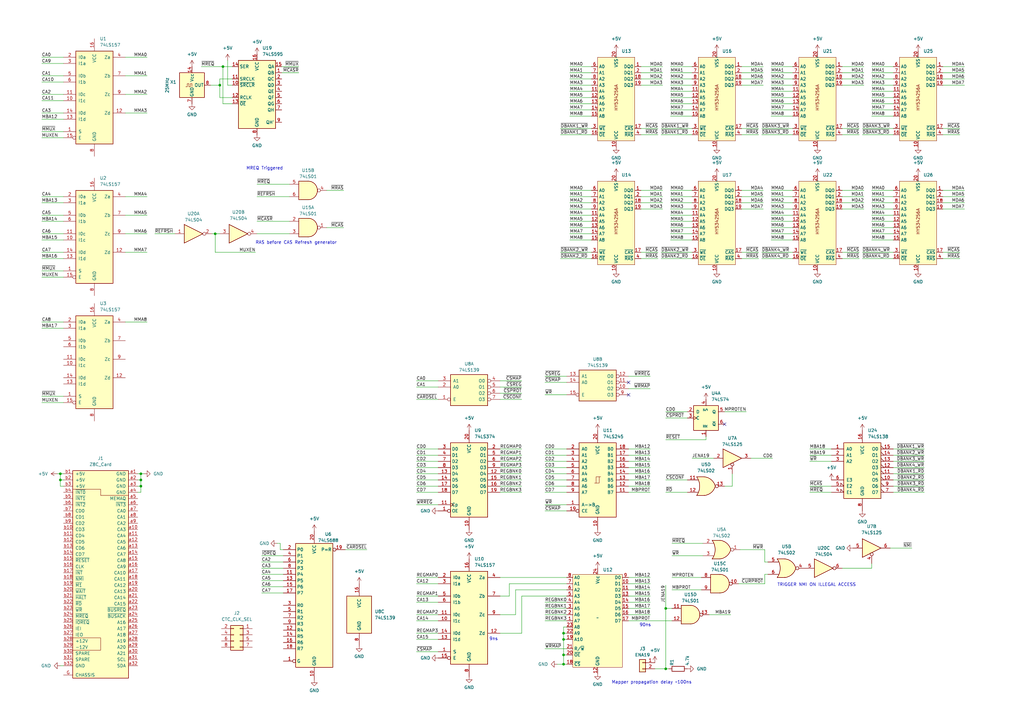
<source format=kicad_sch>
(kicad_sch (version 20230121) (generator eeschema)
  (paper "A3")
  (junction (at 90.17 34.925))
  (junction (at 231.14 268.605))
  (junction (at 273.05 249.555))
  (junction (at 231.14 262.255))
  (junction (at 231.14 272.415))
  (junction (at 57.785 199.39))
  (junction (at 24.765 194.31))
  (junction (at 57.785 194.31))
  (junction (at 88.265 95.885))
  (junction (at 24.765 196.85))
  (junction (at 273.05 274.32))
  (junction (at 57.785 196.85))
  (junction (at 91.44 27.305))
  (junction (at 231.14 259.715))
  (no_connect (at 257.81 161.925))
  (no_connect (at 257.81 156.845))
  (no_connect (at 297.18 173.99))
  (wire (pts (xy 283.845 80.645) (xy 274.955 80.645)))
  (wire (pts (xy 205.105 184.15) (xy 213.995 184.15)))
  (wire (pts (xy 57.785 199.39) (xy 56.515 199.39)))
  (wire (pts (xy 208.915 244.475) (xy 208.915 239.395)))
  (wire (pts (xy 88.265 95.885) (xy 90.17 95.885)))
  (wire (pts (xy 57.785 201.93) (xy 56.515 201.93)))
  (wire (pts (xy 386.715 83.185) (xy 395.605 83.185)))
  (wire (pts (xy 51.435 95.885) (xy 60.325 95.885)))
  (wire (pts (xy 51.435 38.735) (xy 60.325 38.735)))
  (wire (pts (xy 170.815 194.31) (xy 179.705 194.31)))
  (wire (pts (xy 231.14 262.255) (xy 231.14 268.605)))
  (wire (pts (xy 17.145 113.665) (xy 26.035 113.665)))
  (wire (pts (xy 51.435 88.265) (xy 60.325 88.265)))
  (wire (pts (xy 325.12 93.345) (xy 316.23 93.345)))
  (wire (pts (xy 262.89 85.725) (xy 271.78 85.725)))
  (wire (pts (xy 26.035 111.125) (xy 17.145 111.125)))
  (wire (pts (xy 262.89 52.705) (xy 269.875 52.705)))
  (wire (pts (xy 257.81 254.635) (xy 275.59 254.635)))
  (wire (pts (xy 179.705 244.475) (xy 170.815 244.475)))
  (wire (pts (xy 386.715 29.845) (xy 395.605 29.845)))
  (wire (pts (xy 231.14 259.715) (xy 232.41 259.715)))
  (wire (pts (xy 366.395 90.805) (xy 357.505 90.805)))
  (wire (pts (xy 345.44 103.505) (xy 352.425 103.505)))
  (wire (pts (xy 223.52 191.77) (xy 232.41 191.77)))
  (wire (pts (xy 257.81 189.23) (xy 266.7 189.23)))
  (wire (pts (xy 26.035 134.62) (xy 17.145 134.62)))
  (wire (pts (xy 325.12 27.305) (xy 316.23 27.305)))
  (wire (pts (xy 325.12 37.465) (xy 316.23 37.465)))
  (wire (pts (xy 86.36 34.925) (xy 90.17 34.925)))
  (wire (pts (xy 386.715 27.305) (xy 395.605 27.305)))
  (wire (pts (xy 275.59 241.935) (xy 287.655 241.935)))
  (wire (pts (xy 223.52 201.93) (xy 232.41 201.93)))
  (wire (pts (xy 345.44 34.925) (xy 354.33 34.925)))
  (wire (pts (xy 57.785 196.85) (xy 57.785 199.39)))
  (wire (pts (xy 366.395 78.105) (xy 357.505 78.105)))
  (wire (pts (xy 223.52 209.55) (xy 232.41 209.55)))
  (wire (pts (xy 283.845 37.465) (xy 274.955 37.465)))
  (wire (pts (xy 379.095 184.15) (xy 366.395 184.15)))
  (wire (pts (xy 257.81 239.395) (xy 266.7 239.395)))
  (wire (pts (xy 325.12 34.925) (xy 316.23 34.925)))
  (wire (pts (xy 283.845 85.725) (xy 274.955 85.725)))
  (wire (pts (xy 170.815 201.93) (xy 179.705 201.93)))
  (wire (pts (xy 242.57 85.725) (xy 233.68 85.725)))
  (wire (pts (xy 24.765 194.31) (xy 24.765 196.85)))
  (wire (pts (xy 345.44 233.045) (xy 357.505 233.045)))
  (wire (pts (xy 283.845 187.96) (xy 292.735 187.96)))
  (wire (pts (xy 51.435 23.495) (xy 60.325 23.495)))
  (wire (pts (xy 242.57 93.345) (xy 233.68 93.345)))
  (wire (pts (xy 379.095 196.85) (xy 366.395 196.85)))
  (wire (pts (xy 325.12 98.425) (xy 316.23 98.425)))
  (wire (pts (xy 213.995 158.75) (xy 205.105 158.75)))
  (wire (pts (xy 115.57 27.305) (xy 122.555 27.305)))
  (wire (pts (xy 91.44 42.545) (xy 95.25 42.545)))
  (wire (pts (xy 170.815 191.77) (xy 179.705 191.77)))
  (wire (pts (xy 17.145 46.355) (xy 26.035 46.355)))
  (wire (pts (xy 257.81 249.555) (xy 266.7 249.555)))
  (wire (pts (xy 366.395 45.085) (xy 357.505 45.085)))
  (wire (pts (xy 223.52 156.845) (xy 232.41 156.845)))
  (wire (pts (xy 283.845 90.805) (xy 274.955 90.805)))
  (wire (pts (xy 205.105 252.095) (xy 211.455 252.095)))
  (wire (pts (xy 262.89 55.245) (xy 269.875 55.245)))
  (wire (pts (xy 289.56 180.34) (xy 289.56 179.07)))
  (wire (pts (xy 345.44 29.845) (xy 354.33 29.845)))
  (wire (pts (xy 24.765 196.85) (xy 26.035 196.85)))
  (wire (pts (xy 170.815 239.395) (xy 179.705 239.395)))
  (wire (pts (xy 205.105 189.23) (xy 213.995 189.23)))
  (wire (pts (xy 17.145 41.275) (xy 26.035 41.275)))
  (wire (pts (xy 283.845 98.425) (xy 274.955 98.425)))
  (wire (pts (xy 179.705 252.095) (xy 170.815 252.095)))
  (wire (pts (xy 266.7 159.385) (xy 257.81 159.385)))
  (wire (pts (xy 262.89 103.505) (xy 269.875 103.505)))
  (wire (pts (xy 26.035 106.045) (xy 17.145 106.045)))
  (wire (pts (xy 304.165 83.185) (xy 313.055 83.185)))
  (wire (pts (xy 63.5 95.885) (xy 71.755 95.885)))
  (wire (pts (xy 26.035 83.185) (xy 17.145 83.185)))
  (wire (pts (xy 283.845 95.885) (xy 274.955 95.885)))
  (wire (pts (xy 257.81 201.93) (xy 266.7 201.93)))
  (wire (pts (xy 205.105 201.93) (xy 213.995 201.93)))
  (wire (pts (xy 115.57 29.845) (xy 122.555 29.845)))
  (wire (pts (xy 275.59 236.855) (xy 287.655 236.855)))
  (wire (pts (xy 374.015 224.79) (xy 365.125 224.79)))
  (wire (pts (xy 205.105 186.69) (xy 213.995 186.69)))
  (wire (pts (xy 107.315 227.965) (xy 116.205 227.965)))
  (wire (pts (xy 95.25 40.005) (xy 90.17 40.005)))
  (wire (pts (xy 283.845 34.925) (xy 274.955 34.925)))
  (wire (pts (xy 273.05 171.45) (xy 281.94 171.45)))
  (wire (pts (xy 86.995 95.885) (xy 88.265 95.885)))
  (wire (pts (xy 273.05 249.555) (xy 273.05 274.32)))
  (wire (pts (xy 268.605 274.32) (xy 273.05 274.32)))
  (wire (pts (xy 283.845 88.265) (xy 274.955 88.265)))
  (wire (pts (xy 379.095 194.31) (xy 366.395 194.31)))
  (wire (pts (xy 302.895 239.395) (xy 313.69 239.395)))
  (wire (pts (xy 345.44 106.045) (xy 352.425 106.045)))
  (wire (pts (xy 223.52 189.23) (xy 232.41 189.23)))
  (wire (pts (xy 271.145 106.045) (xy 283.845 106.045)))
  (wire (pts (xy 231.14 257.175) (xy 232.41 257.175)))
  (wire (pts (xy 345.44 83.185) (xy 354.33 83.185)))
  (wire (pts (xy 275.59 227.965) (xy 288.29 227.965)))
  (wire (pts (xy 262.89 106.045) (xy 269.875 106.045)))
  (wire (pts (xy 273.05 180.34) (xy 289.56 180.34)))
  (wire (pts (xy 51.435 31.115) (xy 60.325 31.115)))
  (wire (pts (xy 313.69 225.425) (xy 313.69 230.505)))
  (wire (pts (xy 170.815 184.15) (xy 179.705 184.15)))
  (wire (pts (xy 24.765 194.31) (xy 26.035 194.31)))
  (wire (pts (xy 325.12 88.265) (xy 316.23 88.265)))
  (wire (pts (xy 386.715 34.925) (xy 395.605 34.925)))
  (wire (pts (xy 353.695 103.505) (xy 366.395 103.505)))
  (wire (pts (xy 24.765 199.39) (xy 26.035 199.39)))
  (wire (pts (xy 353.695 55.245) (xy 366.395 55.245)))
  (wire (pts (xy 223.52 161.925) (xy 232.41 161.925)))
  (wire (pts (xy 213.995 259.715) (xy 213.995 244.475)))
  (wire (pts (xy 283.845 47.625) (xy 274.955 47.625)))
  (wire (pts (xy 211.455 252.095) (xy 211.455 241.935)))
  (wire (pts (xy 17.145 165.1) (xy 26.035 165.1)))
  (wire (pts (xy 232.41 252.095) (xy 223.52 252.095)))
  (wire (pts (xy 17.145 31.115) (xy 26.035 31.115)))
  (wire (pts (xy 231.14 259.715) (xy 231.14 257.175)))
  (wire (pts (xy 170.815 207.01) (xy 179.705 207.01)))
  (wire (pts (xy 205.105 259.715) (xy 213.995 259.715)))
  (wire (pts (xy 17.145 80.645) (xy 26.035 80.645)))
  (wire (pts (xy 325.12 47.625) (xy 316.23 47.625)))
  (wire (pts (xy 170.815 262.255) (xy 179.705 262.255)))
  (wire (pts (xy 229.87 103.505) (xy 242.57 103.505)))
  (wire (pts (xy 133.985 93.345) (xy 140.97 93.345)))
  (wire (pts (xy 107.315 235.585) (xy 116.205 235.585)))
  (wire (pts (xy 242.57 83.185) (xy 233.68 83.185)))
  (wire (pts (xy 114.935 222.885) (xy 114.935 225.425)))
  (wire (pts (xy 257.81 252.095) (xy 266.7 252.095)))
  (wire (pts (xy 340.995 184.15) (xy 332.105 184.15)))
  (wire (pts (xy 340.995 186.69) (xy 332.105 186.69)))
  (wire (pts (xy 325.12 85.725) (xy 316.23 85.725)))
  (wire (pts (xy 242.57 37.465) (xy 233.68 37.465)))
  (wire (pts (xy 107.315 240.665) (xy 116.205 240.665)))
  (wire (pts (xy 325.12 29.845) (xy 316.23 29.845)))
  (wire (pts (xy 208.915 239.395) (xy 232.41 239.395)))
  (wire (pts (xy 283.845 78.105) (xy 274.955 78.105)))
  (wire (pts (xy 366.395 29.845) (xy 357.505 29.845)))
  (wire (pts (xy 345.44 78.105) (xy 354.33 78.105)))
  (wire (pts (xy 223.52 196.85) (xy 232.41 196.85)))
  (wire (pts (xy 57.785 196.85) (xy 56.515 196.85)))
  (wire (pts (xy 283.845 45.085) (xy 274.955 45.085)))
  (wire (pts (xy 366.395 93.345) (xy 357.505 93.345)))
  (wire (pts (xy 283.845 32.385) (xy 274.955 32.385)))
  (wire (pts (xy 357.505 233.045) (xy 357.505 231.14)))
  (wire (pts (xy 345.44 55.245) (xy 352.425 55.245)))
  (wire (pts (xy 366.395 32.385) (xy 357.505 32.385)))
  (wire (pts (xy 51.435 80.645) (xy 60.325 80.645)))
  (wire (pts (xy 107.315 243.205) (xy 116.205 243.205)))
  (wire (pts (xy 325.12 78.105) (xy 316.23 78.105)))
  (wire (pts (xy 297.18 168.91) (xy 306.07 168.91)))
  (wire (pts (xy 205.105 191.77) (xy 213.995 191.77)))
  (wire (pts (xy 232.41 262.255) (xy 231.14 262.255)))
  (wire (pts (xy 17.145 88.265) (xy 26.035 88.265)))
  (wire (pts (xy 88.265 103.505) (xy 104.775 103.505)))
  (wire (pts (xy 366.395 95.885) (xy 357.505 95.885)))
  (wire (pts (xy 242.57 78.105) (xy 233.68 78.105)))
  (wire (pts (xy 325.12 40.005) (xy 316.23 40.005)))
  (wire (pts (xy 273.05 274.32) (xy 274.32 274.32)))
  (wire (pts (xy 273.05 201.93) (xy 281.94 201.93)))
  (wire (pts (xy 211.455 241.935) (xy 232.41 241.935)))
  (wire (pts (xy 26.035 90.805) (xy 17.145 90.805)))
  (wire (pts (xy 366.395 34.925) (xy 357.505 34.925)))
  (wire (pts (xy 345.44 32.385) (xy 354.33 32.385)))
  (wire (pts (xy 205.105 199.39) (xy 213.995 199.39)))
  (wire (pts (xy 325.12 95.885) (xy 316.23 95.885)))
  (wire (pts (xy 353.695 52.705) (xy 366.395 52.705)))
  (wire (pts (xy 213.995 163.83) (xy 205.105 163.83)))
  (wire (pts (xy 257.81 194.31) (xy 266.7 194.31)))
  (wire (pts (xy 51.435 132.08) (xy 60.325 132.08)))
  (wire (pts (xy 107.315 230.505) (xy 116.205 230.505)))
  (wire (pts (xy 366.395 83.185) (xy 357.505 83.185)))
  (wire (pts (xy 232.41 247.015) (xy 223.52 247.015)))
  (wire (pts (xy 386.715 52.705) (xy 393.7 52.705)))
  (wire (pts (xy 170.815 247.015) (xy 179.705 247.015)))
  (wire (pts (xy 24.765 196.85) (xy 24.765 199.39)))
  (wire (pts (xy 283.845 83.185) (xy 274.955 83.185)))
  (wire (pts (xy 345.44 52.705) (xy 352.425 52.705)))
  (wire (pts (xy 223.52 194.31) (xy 232.41 194.31)))
  (wire (pts (xy 313.69 239.395) (xy 313.69 235.585)))
  (wire (pts (xy 273.05 196.85) (xy 281.94 196.85)))
  (wire (pts (xy 262.89 32.385) (xy 271.78 32.385)))
  (wire (pts (xy 213.995 156.21) (xy 205.105 156.21)))
  (wire (pts (xy 304.165 55.245) (xy 311.15 55.245)))
  (wire (pts (xy 82.55 27.305) (xy 91.44 27.305)))
  (wire (pts (xy 332.105 201.93) (xy 340.995 201.93)))
  (wire (pts (xy 386.715 106.045) (xy 393.7 106.045)))
  (wire (pts (xy 257.81 191.77) (xy 266.7 191.77)))
  (wire (pts (xy 366.395 85.725) (xy 357.505 85.725)))
  (wire (pts (xy 205.105 196.85) (xy 213.995 196.85)))
  (wire (pts (xy 257.81 236.855) (xy 266.7 236.855)))
  (wire (pts (xy 51.435 103.505) (xy 60.325 103.505)))
  (wire (pts (xy 95.25 34.925) (xy 93.345 34.925)))
  (wire (pts (xy 304.165 78.105) (xy 313.055 78.105)))
  (wire (pts (xy 366.395 37.465) (xy 357.505 37.465)))
  (wire (pts (xy 170.815 163.83) (xy 179.705 163.83)))
  (wire (pts (xy 257.81 199.39) (xy 266.7 199.39)))
  (wire (pts (xy 271.145 103.505) (xy 283.845 103.505)))
  (wire (pts (xy 283.845 42.545) (xy 274.955 42.545)))
  (wire (pts (xy 262.89 27.305) (xy 271.78 27.305)))
  (wire (pts (xy 297.18 199.39) (xy 300.355 199.39)))
  (wire (pts (xy 283.845 27.305) (xy 274.955 27.305)))
  (wire (pts (xy 366.395 40.005) (xy 357.505 40.005)))
  (wire (pts (xy 242.57 29.845) (xy 233.68 29.845)))
  (wire (pts (xy 257.81 184.15) (xy 266.7 184.15)))
  (wire (pts (xy 91.44 27.305) (xy 95.25 27.305)))
  (wire (pts (xy 304.165 103.505) (xy 311.15 103.505)))
  (wire (pts (xy 105.41 80.645) (xy 118.745 80.645)))
  (wire (pts (xy 223.52 154.305) (xy 232.41 154.305)))
  (wire (pts (xy 150.495 225.425) (xy 141.605 225.425)))
  (wire (pts (xy 17.145 23.495) (xy 26.035 23.495)))
  (wire (pts (xy 304.165 80.645) (xy 313.055 80.645)))
  (wire (pts (xy 304.165 29.845) (xy 313.055 29.845)))
  (wire (pts (xy 24.765 273.05) (xy 26.035 273.05)))
  (wire (pts (xy 17.145 132.08) (xy 26.035 132.08)))
  (wire (pts (xy 257.81 247.015) (xy 266.7 247.015)))
  (wire (pts (xy 105.41 90.805) (xy 118.745 90.805)))
  (wire (pts (xy 95.25 32.385) (xy 90.17 32.385)))
  (wire (pts (xy 304.165 52.705) (xy 311.15 52.705)))
  (wire (pts (xy 304.165 85.725) (xy 313.055 85.725)))
  (wire (pts (xy 316.865 187.96) (xy 307.975 187.96)))
  (wire (pts (xy 17.145 33.655) (xy 26.035 33.655)))
  (wire (pts (xy 213.995 161.29) (xy 205.105 161.29)))
  (wire (pts (xy 325.12 83.185) (xy 316.23 83.185)))
  (wire (pts (xy 205.105 236.855) (xy 232.41 236.855)))
  (wire (pts (xy 262.89 83.185) (xy 271.78 83.185)))
  (wire (pts (xy 229.87 106.045) (xy 242.57 106.045)))
  (wire (pts (xy 113.665 222.885) (xy 114.935 222.885)))
  (wire (pts (xy 379.095 186.69) (xy 366.395 186.69)))
  (wire (pts (xy 242.57 80.645) (xy 233.68 80.645)))
  (wire (pts (xy 232.41 249.555) (xy 223.52 249.555)))
  (wire (pts (xy 290.83 252.095) (xy 299.72 252.095)))
  (wire (pts (xy 26.035 53.975) (xy 17.145 53.975)))
  (wire (pts (xy 257.81 244.475) (xy 266.7 244.475)))
  (wire (pts (xy 223.52 186.69) (xy 232.41 186.69)))
  (wire (pts (xy 242.57 98.425) (xy 233.68 98.425)))
  (wire (pts (xy 88.265 95.885) (xy 88.265 103.505)))
  (wire (pts (xy 386.715 78.105) (xy 395.605 78.105)))
  (wire (pts (xy 257.81 186.69) (xy 266.7 186.69)))
  (wire (pts (xy 257.81 196.85) (xy 266.7 196.85)))
  (wire (pts (xy 312.42 55.245) (xy 325.12 55.245)))
  (wire (pts (xy 231.14 272.415) (xy 232.41 272.415)))
  (wire (pts (xy 242.57 95.885) (xy 233.68 95.885)))
  (wire (pts (xy 231.14 262.255) (xy 231.14 259.715)))
  (wire (pts (xy 313.69 235.585) (xy 314.96 235.585)))
  (wire (pts (xy 17.145 56.515) (xy 26.035 56.515)))
  (wire (pts (xy 273.05 168.91) (xy 281.94 168.91)))
  (wire (pts (xy 23.495 194.31) (xy 24.765 194.31)))
  (wire (pts (xy 242.57 90.805) (xy 233.68 90.805)))
  (wire (pts (xy 312.42 52.705) (xy 325.12 52.705)))
  (wire (pts (xy 386.715 85.725) (xy 395.605 85.725)))
  (wire (pts (xy 90.17 40.005) (xy 90.17 34.925)))
  (wire (pts (xy 242.57 88.265) (xy 233.68 88.265)))
  (wire (pts (xy 114.935 225.425) (xy 116.205 225.425)))
  (wire (pts (xy 242.57 27.305) (xy 233.68 27.305)))
  (wire (pts (xy 345.44 85.725) (xy 354.33 85.725)))
  (wire (pts (xy 170.815 267.335) (xy 179.705 267.335)))
  (wire (pts (xy 170.815 156.21) (xy 179.705 156.21)))
  (wire (pts (xy 312.42 103.505) (xy 325.12 103.505)))
  (wire (pts (xy 262.89 34.925) (xy 271.78 34.925)))
  (wire (pts (xy 56.515 194.31) (xy 57.785 194.31)))
  (wire (pts (xy 325.12 42.545) (xy 316.23 42.545)))
  (wire (pts (xy 242.57 32.385) (xy 233.68 32.385)))
  (wire (pts (xy 273.05 249.555) (xy 275.59 249.555)))
  (wire (pts (xy 353.695 106.045) (xy 366.395 106.045)))
  (wire (pts (xy 332.105 189.23) (xy 340.995 189.23)))
  (wire (pts (xy 366.395 88.265) (xy 357.505 88.265)))
  (wire (pts (xy 325.12 32.385) (xy 316.23 32.385)))
  (wire (pts (xy 313.69 230.505) (xy 314.96 230.505)))
  (wire (pts (xy 379.095 199.39) (xy 366.395 199.39)))
  (wire (pts (xy 170.815 254.635) (xy 179.705 254.635)))
  (wire (pts (xy 213.995 244.475) (xy 232.41 244.475)))
  (wire (pts (xy 231.14 268.605) (xy 231.14 272.415)))
  (wire (pts (xy 379.095 201.93) (xy 366.395 201.93)))
  (wire (pts (xy 17.145 26.035) (xy 26.035 26.035)))
  (wire (pts (xy 205.105 244.475) (xy 208.915 244.475)))
  (wire (pts (xy 170.815 158.75) (xy 179.705 158.75)))
  (wire (pts (xy 57.785 199.39) (xy 57.785 201.93)))
  (wire (pts (xy 325.12 45.085) (xy 316.23 45.085)))
  (wire (pts (xy 91.44 42.545) (xy 91.44 27.305)))
  (wire (pts (xy 107.315 238.125) (xy 116.205 238.125)))
  (wire (pts (xy 229.87 55.245) (xy 242.57 55.245)))
  (wire (pts (xy 57.785 194.31) (xy 59.055 194.31)))
  (wire (pts (xy 93.345 34.925) (xy 93.345 24.765)))
  (wire (pts (xy 205.105 194.31) (xy 213.995 194.31)))
  (wire (pts (xy 271.145 55.245) (xy 283.845 55.245)))
  (wire (pts (xy 275.59 222.885) (xy 288.29 222.885)))
  (wire (pts (xy 51.435 46.355) (xy 60.325 46.355)))
  (wire (pts (xy 242.57 42.545) (xy 233.68 42.545)))
  (wire (pts (xy 223.52 207.01) (xy 232.41 207.01)))
  (wire (pts (xy 26.035 98.425) (xy 17.145 98.425)))
  (wire (pts (xy 304.165 32.385) (xy 313.055 32.385)))
  (wire (pts (xy 345.44 80.645) (xy 354.33 80.645)))
  (wire (pts (xy 26.035 48.895) (xy 17.145 48.895)))
  (wire (pts (xy 179.705 259.715) (xy 170.815 259.715)))
  (wire (pts (xy 257.81 241.935) (xy 266.7 241.935)))
  (wire (pts (xy 303.53 225.425) (xy 313.69 225.425)))
  (wire (pts (xy 242.57 34.925) (xy 233.68 34.925)))
  (wire (pts (xy 107.315 233.045) (xy 116.205 233.045)))
  (wire (pts (xy 179.705 236.855) (xy 170.815 236.855)))
  (wire (pts (xy 283.845 40.005) (xy 274.955 40.005)))
  (wire (pts (xy 17.145 103.505) (xy 26.035 103.505)))
  (wire (pts (xy 304.165 106.045) (xy 311.15 106.045)))
  (wire (pts (xy 232.41 268.605) (xy 231.14 268.605)))
  (wire (pts (xy 262.89 29.845) (xy 271.78 29.845)))
  (wire (pts (xy 366.395 47.625) (xy 357.505 47.625)))
  (wire (pts (xy 105.41 75.565) (xy 118.745 75.565)))
  (wire (pts (xy 242.57 47.625) (xy 233.68 47.625)))
  (wire (pts (xy 17.145 38.735) (xy 26.035 38.735)))
  (wire (pts (xy 366.395 27.305) (xy 357.505 27.305)))
  (wire (pts (xy 242.57 40.005) (xy 233.68 40.005)))
  (wire (pts (xy 283.845 29.845) (xy 274.955 29.845)))
  (wire (pts (xy 17.145 95.885) (xy 26.035 95.885)))
  (wire (pts (xy 271.145 52.705) (xy 283.845 52.705)))
  (wire (pts (xy 283.845 93.345) (xy 274.955 93.345)))
  (wire (pts (xy 345.44 27.305) (xy 354.33 27.305)))
  (wire (pts (xy 223.52 184.15) (xy 232.41 184.15)))
  (wire (pts (xy 26.035 162.56) (xy 17.145 162.56)))
  (wire (pts (xy 223.52 266.065) (xy 232.41 266.065)))
  (wire (pts (xy 90.17 32.385) (xy 90.17 34.925)))
  (wire (pts (xy 379.095 189.23) (xy 366.395 189.23)))
  (wire (pts (xy 170.815 196.85) (xy 179.705 196.85)))
  (wire (pts (xy 266.7 154.305) (xy 257.81 154.305)))
  (wire (pts (xy 273.05 240.03) (xy 273.05 249.555)))
  (wire (pts (xy 300.355 194.31) (xy 300.355 199.39)))
  (wire (pts (xy 170.815 189.23) (xy 179.705 189.23)))
  (wire (pts (xy 386.715 103.505) (xy 393.7 103.505)))
  (wire (pts (xy 57.785 194.31) (xy 57.785 196.85)))
  (wire (pts (xy 170.815 199.39) (xy 179.705 199.39)))
  (wire (pts (xy 242.57 45.085) (xy 233.68 45.085)))
  (wire (pts (xy 262.89 80.645) (xy 271.78 80.645)))
  (wire (pts (xy 133.985 78.105) (xy 140.97 78.105)))
  (wire (pts (xy 228.6 272.415) (xy 231.14 272.415)))
  (wire (pts (xy 386.715 32.385) (xy 395.605 32.385)))
  (wire (pts (xy 379.095 191.77) (xy 366.395 191.77)))
  (wire (pts (xy 386.715 80.645) (xy 395.605 80.645)))
  (wire (pts (xy 304.165 27.305) (xy 313.055 27.305)))
  (wire (pts (xy 223.52 199.39) (xy 232.41 199.39)))
  (wire (pts (xy 366.395 98.425) (xy 357.505 98.425)))
  (wire (pts (xy 229.87 52.705) (xy 242.57 52.705)))
  (wire (pts (xy 170.815 186.69) (xy 179.705 186.69)))
  (wire (pts (xy 105.41 95.885) (xy 118.745 95.885)))
  (wire (pts (xy 304.165 34.925) (xy 313.055 34.925)))
  (wire (pts (xy 325.12 90.805) (xy 316.23 90.805)))
  (wire (pts (xy 340.995 199.39) (xy 332.105 199.39)))
  (wire (pts (xy 366.395 80.645) (xy 357.505 80.645)))
  (wire (pts (xy 262.89 78.105) (xy 271.78 78.105)))
  (wire (pts (xy 223.52 254.635) (xy 232.41 254.635)))
  (wire (pts (xy 386.715 55.245) (xy 393.7 55.245)))
  (wire (pts (xy 325.12 80.645) (xy 316.23 80.645)))
  (wire (pts (xy 312.42 106.045) (xy 325.12 106.045)))
  (wire (pts (xy 366.395 42.545) (xy 357.505 42.545)))
  (text "RAS before CAS Refresh generator" (at 104.775 100.33 0) (effects (font (size 1.27 1.27)) (justify left bottom)))
  (text "MREQ Triggered" (at 100.965 69.85 0) (effects (font (size 1.27 1.27)) (justify left bottom)))
  (text "9ns\n" (at 200.66 262.89 0) (effects (font (size 1.27 1.27)) (justify left bottom)))
  (text "Mapper propagation delay ~100ns" (at 250.825 280.67 0) (effects (font (size 1.27 1.27)) (justify left bottom)))
  (text "TRIGGER NMI ON ILLEGAL ACCESS\n" (at 318.77 240.665 0) (effects (font (size 1.27 1.27)) (justify left bottom)))
  (text "90ns" (at 262.255 257.175 0) (effects (font (size 1.27 1.27)) (justify left bottom)))
  (label "MDA0" (at 271.78 27.305 180))
  (label "REGMAP2" (at 170.815 252.095 0))
  (label "CA4" (at 107.315 235.585 0))
  (label "CA1" (at 170.815 158.75 0))
  (label "MMA3" (at 233.68 34.925 0))
  (label "~{CSMAP}" (at 170.815 267.335 0))
  (label "CD1" (at 223.52 186.69 0))
  (label "MDA7" (at 313.055 85.725 180))
  (label "MDA3" (at 354.33 34.925 180))
  (label "MMA0" (at 274.955 27.305 0))
  (label "MMA1" (at 60.325 31.115 180))
  (label "MMA0" (at 316.23 78.105 0))
  (label "~{MRAS}" (at 352.425 55.245 180))
  (label "~{DBANK4_WR}" (at 379.095 191.77 180))
  (label "MDA2" (at 271.78 83.185 180))
  (label "CA2" (at 107.315 230.505 0))
  (label "~{CSPROT}" (at 213.995 161.29 180))
  (label "MMA7" (at 233.68 95.885 0))
  (label "MBA17" (at 266.7 196.85 180))
  (label "MMA3" (at 357.505 34.925 0))
  (label "MBA14" (at 266.7 189.23 180))
  (label "CD0" (at 223.52 184.15 0))
  (label "MBA13" (at 266.7 186.69 180))
  (label "MMA1" (at 233.68 29.845 0))
  (label "MMA6" (at 274.955 93.345 0))
  (label "CD6" (at 223.52 199.39 0))
  (label "~{DBANK3_RD}" (at 312.42 55.245 0))
  (label "MDA2" (at 271.78 32.385 180))
  (label "MMA0" (at 60.325 23.495 180))
  (label "~{MREQ}" (at 332.105 201.93 0))
  (label "MBPROT" (at 266.7 254.635 180))
  (label "MDA1" (at 271.78 80.645 180))
  (label "MMA3" (at 316.23 34.925 0))
  (label "MMA1" (at 274.955 29.845 0))
  (label "MMA4" (at 233.68 37.465 0))
  (label "MMA0" (at 316.23 27.305 0))
  (label "MMA2" (at 233.68 83.185 0))
  (label "CD2" (at 223.52 189.23 0))
  (label "~{IOREQ}" (at 107.315 227.965 0))
  (label "MPROTEN" (at 306.07 168.91 180))
  (label "~{CSMAP}" (at 223.52 209.55 0))
  (label "MMA8" (at 316.23 47.625 0))
  (label "~{CSMAP}" (at 213.995 156.21 180))
  (label "~{MRAS}" (at 140.97 78.105 180))
  (label "MMA6" (at 316.23 93.345 0))
  (label "CA7" (at 17.145 103.505 0))
  (label "MMA7" (at 316.23 95.885 0))
  (label "MDA0" (at 354.33 78.105 180))
  (label "~{DBANK3_WR}" (at 353.695 52.705 0))
  (label "MMA5" (at 274.955 90.805 0))
  (label "MBA15" (at 266.7 244.475 180))
  (label "MDA4" (at 313.055 78.105 180))
  (label "CA3" (at 17.145 46.355 0))
  (label "~{DBANK2_RD}" (at 271.145 106.045 0))
  (label "~{MRAS}" (at 393.7 55.245 180))
  (label "MDA7" (at 395.605 85.725 180))
  (label "CA3" (at 107.315 233.045 0))
  (label "MBA14" (at 266.7 241.935 180))
  (label "MBA19" (at 299.72 252.095 180))
  (label "~{DBANK2_RD}" (at 379.095 196.85 180))
  (label "MMA2" (at 233.68 32.385 0))
  (label "MMA0" (at 357.505 78.105 0))
  (label "MDA4" (at 395.605 27.305 180))
  (label "MDA1" (at 354.33 80.645 180))
  (label "MMA8" (at 357.505 47.625 0))
  (label "MMA5" (at 316.23 90.805 0))
  (label "~{REFRSH}" (at 63.5 95.885 0))
  (label "MMA5" (at 357.505 90.805 0))
  (label "MMA2" (at 274.955 83.185 0))
  (label "MMA1" (at 274.955 80.645 0))
  (label "MMA3" (at 357.505 85.725 0))
  (label "~{MCAS}" (at 352.425 52.705 180))
  (label "MDA5" (at 313.055 80.645 180))
  (label "~{DBANK1_WR}" (at 271.145 52.705 0))
  (label "MMA8" (at 60.325 132.08 180))
  (label "~{DBANK2_WR}" (at 379.095 186.69 180))
  (label "MDA5" (at 313.055 29.845 180))
  (label "REGBNK3" (at 213.995 201.93 180))
  (label "MMA4" (at 60.325 80.645 180))
  (label "~{MCAS}" (at 311.15 103.505 180))
  (label "REGBNK2" (at 213.995 199.39 180))
  (label "REGMAP2" (at 213.995 189.23 180))
  (label "~{MMUX}" (at 17.145 53.975 0))
  (label "~{DBANK3_WR}" (at 379.095 189.23 180))
  (label "MMA5" (at 274.955 40.005 0))
  (label "~{DBANK1_WR}" (at 379.095 184.15 180))
  (label "~{MCAS}" (at 140.97 93.345 180))
  (label "MMA2" (at 274.955 32.385 0))
  (label "~{DBANK2_WR}" (at 229.87 103.505 0))
  (label "MBPROT" (at 266.7 201.93 180))
  (label "MPROTEN" (at 275.59 236.855 0))
  (label "MMA8" (at 233.68 47.625 0))
  (label "CD5" (at 170.815 196.85 0))
  (label "REGBNK3" (at 223.52 254.635 0))
  (label "CA9" (at 17.145 26.035 0))
  (label "MDA6" (at 313.055 83.185 180))
  (label "MMA1" (at 357.505 29.845 0))
  (label "CD4" (at 223.52 194.31 0))
  (label "CA10" (at 17.145 33.655 0))
  (label "~{DBANK3_RD}" (at 353.695 55.245 0))
  (label "MMA0" (at 357.505 27.305 0))
  (label "~{MRAS}" (at 311.15 106.045 180))
  (label "CD5" (at 223.52 196.85 0))
  (label "~{WR}" (at 275.59 227.965 0))
  (label "CD3" (at 170.815 191.77 0))
  (label "MMA6" (at 233.68 42.545 0))
  (label "~{DBANK4_WR}" (at 353.695 103.505 0))
  (label "MBA15" (at 266.7 191.77 180))
  (label "MMA3" (at 274.955 34.925 0))
  (label "MBA12" (at 266.7 184.15 180))
  (label "MDA2" (at 354.33 32.385 180))
  (label "~{MRAS}" (at 269.875 55.245 180))
  (label "~{MMUX}" (at 17.145 111.125 0))
  (label "REGMAP3" (at 170.815 259.715 0))
  (label "~{DBANK4_WR}" (at 312.42 103.505 0))
  (label "MMA8" (at 274.955 47.625 0))
  (label "CD4" (at 170.815 194.31 0))
  (label "MMA1" (at 316.23 80.645 0))
  (label "MUXEN" (at 17.145 113.665 0))
  (label "MMA5" (at 233.68 90.805 0))
  (label "MBA12" (at 266.7 236.855 180))
  (label "MMA3" (at 60.325 46.355 180))
  (label "CA5" (at 107.315 238.125 0))
  (label "MUXEN" (at 17.145 56.515 0))
  (label "MMA0" (at 233.68 78.105 0))
  (label "CD0" (at 273.05 168.91 0))
  (label "~{MCAS}" (at 393.7 52.705 180))
  (label "MMA5" (at 357.505 40.005 0))
  (label "CA1" (at 17.145 31.115 0))
  (label "MDA4" (at 395.605 78.105 180))
  (label "CA6" (at 107.315 240.665 0))
  (label "CA15" (at 170.815 262.255 0))
  (label "MUXEN" (at 17.145 165.1 0))
  (label "CD2" (at 170.815 189.23 0))
  (label "~{WRREG}" (at 170.815 207.01 0))
  (label "CA12" (at 170.815 239.395 0))
  (label "CD6" (at 170.815 199.39 0))
  (label "MMA7" (at 357.505 45.085 0))
  (label "MBA13" (at 17.145 83.185 0))
  (label "MDA0" (at 271.78 78.105 180))
  (label "~{WR}" (at 223.52 207.01 0))
  (label "~{MREQ}" (at 82.55 27.305 0))
  (label "MDA1" (at 271.78 29.845 180))
  (label "~{WRMAP}" (at 223.52 266.065 0))
  (label "MMA2" (at 316.23 32.385 0))
  (label "~{RD}" (at 273.05 201.93 0))
  (label "~{MRAS}" (at 311.15 55.245 180))
  (label "MDA6" (at 313.055 32.385 180))
  (label "REGMAP1" (at 213.995 186.69 180))
  (label "MMA7" (at 60.325 103.505 180))
  (label "CD3" (at 223.52 191.77 0))
  (label "~{CARDSEL}" (at 150.495 225.425 180))
  (label "~{WR}" (at 223.52 161.925 0))
  (label "MDA5" (at 395.605 80.645 180))
  (label "CA7" (at 107.315 243.205 0))
  (label "MMA4" (at 357.505 37.465 0))
  (label "MMA3" (at 274.955 85.725 0))
  (label "JENA19" (at 273.05 240.03 270))
  (label "MDA1" (at 354.33 29.845 180))
  (label "MMA4" (at 274.955 37.465 0))
  (label "REGBNK0" (at 213.995 194.31 180))
  (label "MMA4" (at 316.23 88.265 0))
  (label "MMA3" (at 233.68 85.725 0))
  (label "~{DBANK1_RD}" (at 379.095 194.31 180))
  (label "CA5" (at 17.145 88.265 0))
  (label "JENA19" (at 283.845 187.96 0))
  (label "MBA19" (at 332.105 186.69 0))
  (label "~{DBANK4_RD}" (at 312.42 106.045 0))
  (label "REGBNK1" (at 213.995 196.85 180))
  (label "MMA2" (at 357.505 83.185 0))
  (label "~{WRMAP}" (at 266.7 159.385 180))
  (label "MBPROT" (at 275.59 241.935 0))
  (label "MMA6" (at 274.955 42.545 0))
  (label "MMA5" (at 316.23 40.005 0))
  (label "MBA12" (at 17.145 48.895 0))
  (label "MMA0" (at 233.68 27.305 0))
  (label "~{CSPROT}" (at 273.05 171.45 0))
  (label "MBA15" (at 17.145 98.425 0))
  (label "MMA8" (at 233.68 98.425 0))
  (label "~{MCAS}" (at 311.15 52.705 180))
  (label "MDA2" (at 354.33 83.185 180))
  (label "CA14" (at 170.815 254.635 0))
  (label "~{MMUX}" (at 17.145 162.56 0))
  (label "~{MRAS}" (at 393.7 106.045 180))
  (label "~{MCASR}" (at 122.555 29.845 180))
  (label "~{DBANK2_WR}" (at 271.145 103.505 0))
  (label "MMA7" (at 274.955 95.885 0))
  (label "~{NMI}" (at 374.015 224.79 180))
  (label "REGBNK1" (at 223.52 249.555 0))
  (label "MMA1" (at 233.68 80.645 0))
  (label "MBA13" (at 266.7 239.395 180))
  (label "~{CSREG}" (at 223.52 154.305 0))
  (label "CD0" (at 170.815 184.15 0))
  (label "MDA5" (at 395.605 29.845 180))
  (label "CD1" (at 170.815 186.69 0))
  (label "MMA7" (at 357.505 95.885 0))
  (label "~{WR}" (at 332.105 189.23 0))
  (label "MMA4" (at 316.23 37.465 0))
  (label "CA6" (at 17.145 95.885 0))
  (label "MMA6" (at 60.325 95.885 180))
  (label "~{DBANK1_RD}" (at 271.145 55.245 0))
  (label "MMA4" (at 274.955 88.265 0))
  (label "REGMAP0" (at 213.995 184.15 180))
  (label "MBA18" (at 332.105 184.15 0))
  (label "MUXEN" (at 104.775 103.505 180))
  (label "MMA2" (at 60.325 38.735 180))
  (label "MMA5" (at 233.68 40.005 0))
  (label "MMA1" (at 316.23 29.845 0))
  (label "MMA7" (at 233.68 45.085 0))
  (label "MMA4" (at 233.68 88.265 0))
  (label "~{MCAS}" (at 393.7 103.505 180))
  (label "~{MRAS}" (at 352.425 106.045 180))
  (label "~{MWR}" (at 313.055 225.425 180))
  (label "~{DBANK1_WR}" (at 229.87 52.705 0))
  (label "REGBNK2" (at 223.52 252.095 0))
  (label "CD7" (at 170.815 201.93 0))
  (label "REGMAP3" (at 213.995 191.77 180))
  (label "~{WRREG}" (at 266.7 154.305 180))
  (label "MDA7" (at 313.055 34.925 180))
  (label "~{MCAS}" (at 332.105 199.39 0))
  (label "REGBNK0" (at 223.52 247.015 0))
  (label "MMA2" (at 316.23 83.185 0))
  (label "CA0" (at 17.145 23.495 0))
  (label "~{CSMAP}" (at 223.52 156.845 0))
  (label "MBA16" (at 266.7 247.015 180))
  (label "CD0" (at 316.865 187.96 180))
  (label "MMA6" (at 233.68 93.345 0))
  (label "MBA17" (at 17.145 134.62 0))
  (label "~{DBANK2_RD}" (at 229.87 106.045 0))
  (label "MMA2" (at 357.505 32.385 0))
  (label "MBA17" (at 266.7 249.555 180))
  (label "~{CSREG}" (at 213.995 158.75 180))
  (label "CA11" (at 17.145 41.275 0))
  (label "~{CARDSEL}" (at 170.815 163.83 0))
  (label "MMA8" (at 316.23 98.425 0))
  (label "MDA0" (at 354.33 27.305 180))
  (label "MDA3" (at 354.33 85.725 180))
  (label "~{MRAS}" (at 269.875 106.045 180))
  (label "MMA6" (at 357.505 42.545 0))
  (label "~{MMUX}" (at 122.555 27.305 180))
  (label "~{MCASR}" (at 105.41 90.805 0))
  (label "CA2" (at 17.145 38.735 0))
  (label "MMA8" (at 274.955 98.425 0))
  (label "MMA8" (at 357.505 98.425 0))
  (label "~{MCAS}" (at 352.425 103.505 180))
  (label "~{CURPROT}" (at 313.055 239.395 180))
  (label "MDA7" (at 395.605 34.925 180))
  (label "MMA4" (at 357.505 88.265 0))
  (label "MMA3" (at 316.23 85.725 0))
  (label "MDA4" (at 313.055 27.305 180))
  (label "~{DBANK4_RD}" (at 379.095 201.93 180))
  (label "~{MCAS}" (at 269.875 103.505 180))
  (label "CA4" (at 17.145 80.645 0))
  (label "MBA16" (at 266.7 194.31 180))
  (label "MDA6" (at 395.605 32.385 180))
  (label "~{DBANK3_WR}" (at 312.42 52.705 0))
  (label "CA13" (at 170.815 247.015 0))
  (label "~{RESET}" (at 273.05 180.34 0))
  (label "MBA14" (at 17.145 90.805 0))
  (label "~{REFRSH}" (at 105.41 80.645 0))
  (label "MMA7" (at 316.23 45.085 0))
  (label "CA8" (at 17.145 132.08 0))
  (label "MBA18" (at 266.7 199.39 180))
  (label "~{MREQ}" (at 275.59 222.885 0))
  (label "CD7" (at 223.52 201.93 0))
  (label "~{DBANK3_RD}" (at 379.095 199.39 180))
  (label "MMA1" (at 357.505 80.645 0))
  (label "~{DBANK4_RD}" (at 353.695 106.045 0))
  (label "MMA0" (at 274.955 78.105 0))
  (label "~{MREQ}" (at 105.41 75.565 0))
  (label "MDA3" (at 271.78 34.925 180))
  (label "~{MCAS}" (at 269.875 52.705 180))
  (label "MDA6" (at 395.605 83.185 180))
  (label "MBA16" (at 17.145 106.045 0))
  (label "MMA5" (at 60.325 88.265 180))
  (label "MDA3" (at 271.78 85.725 180))
  (label "~{CSCONF}" (at 273.05 196.85 0))
  (label "REGMAP1" (at 170.815 244.475 0))
  (label "~{DBANK1_RD}" (at 229.87 55.245 0))
  (label "MBA18" (at 266.7 252.095 180))
  (label "MMA7" (at 274.955 45.085 0))
  (label "CA0" (at 170.815 156.21 0))
  (label "REGMAP0" (at 170.815 236.855 0))
  (label "~{CSCONF}" (at 213.995 163.83 180))
  (label "MMA6" (at 316.23 42.545 0))
  (label "MMA6" (at 357.505 93.345 0))
  (symbol (lib_id "power:GND") (at 376.555 111.125 0) (unit 1)
    (property "Reference" "#PWR047" (effects hide))
    (property "Value" "GND" (at 376.555 115.57 0))
  )
  (symbol (lib_id "Dennis2:HY534256A") (at 376.555 90.805 0) (unit 1)
    (property "Reference" "U26" (at 378.7491 71.755 0) (effects (justify left)))
    (property "Value" "~" (at 376.555 74.295 0))
    (property "Footprint" "Package_DIP:DIP-20_W7.62mm_Socket" (effects hide))
  )
  (symbol (lib_id "74xx:74LS02") (at 426.085 248.92 0) (unit 5)
    (property "Reference" "U5" (at 433.07 247.65 0) (effects (justify left)))
    (property "Value" "74LS02" (at 433.07 250.19 0) (effects (justify left)))
    (property "Footprint" "Package_DIP:DIP-14_W7.62mm" (effects hide))
    (property "Datasheet" "http://www.ti.com/lit/gpn/sn74ls02" (effects hide))
  )
  (symbol (lib_id "74xx:74LS139") (at 147.32 252.095 0) (unit 3)
    (property "Reference" "U8" (at 153.67 250.825 0) (effects (justify left)))
    (property "Value" "74LS139" (at 153.67 253.365 0) (effects (justify left)))
    (property "Footprint" "Package_DIP:DIP-16_W7.62mm" (effects hide))
    (property "Datasheet" "http://www.ti.com/lit/ds/symlink/sn74ls139a.pdf" (effects hide))
  )
  (symbol (lib_id "74xx:74LS01") (at 126.365 78.105 0) (unit 2)
    (property "Reference" "U15" (at 126.3567 69.85 0))
    (property "Value" "74LS01" (at 126.3567 72.39 0))
    (property "Datasheet" "http://www.nteinc.com/specs/7400to7499/pdf/nte74LS01.pdf" (effects hide))
  )
  (symbol (lib_id "power:GND") (at 105.41 55.245 0) (unit 1)
    (property "Reference" "#PWR035" (effects hide))
    (property "Value" "GND" (at 105.41 59.69 0))
  )
  (symbol (lib_id "74xx:74LS04") (at 546.735 149.225 0) (unit 6)
    (property "Reference" "U20" (at 546.735 140.97 0))
    (property "Value" "74LS04" (at 546.735 143.51 0))
    (property "Footprint" "Package_DIP:DIP-14_W7.62mm" (effects hide))
    (property "Datasheet" "http://www.ti.com/lit/gpn/sn74LS04" (effects hide))
  )
  (symbol (lib_id "power:GND") (at 179.705 269.875 270) (unit 1)
    (property "Reference" "#PWR011" (effects hide))
    (property "Value" "GND" (at 176.53 269.875 90) (effects (justify right)))
  )
  (symbol (lib_id "74xx:74LS139") (at 245.11 156.845 0) (unit 2)
    (property "Reference" "U8" (at 245.11 147.32 0))
    (property "Value" "74LS139" (at 245.11 149.86 0))
    (property "Footprint" "Package_DIP:DIP-16_W7.62mm" (effects hide))
    (property "Datasheet" "http://www.ti.com/lit/ds/symlink/sn74ls139a.pdf" (effects hide))
  )
  (symbol (lib_id "Connector_Generic:Conn_02x04_Odd_Even") (at 98.425 260.35 0) (mirror y) (unit 1)
    (property "Reference" "J2" (at 97.155 251.46 0))
    (property "Value" "CTC_CLK_SEL" (at 97.155 254 0))
    (property "Footprint" "Connector_PinHeader_2.54mm:PinHeader_2x04_P2.54mm_Vertical" (effects hide))
  )
  (symbol (lib_id "Connector_Generic:Conn_01x02") (at 263.525 271.78 0) (mirror y) (unit 1)
    (property "Reference" "J3" (at 263.525 266.065 0))
    (property "Value" "ENA19" (at 263.525 268.605 0))
    (property "Footprint" "Connector_PinHeader_2.54mm:PinHeader_2x01_P2.54mm_Vertical" (effects hide))
  )
  (symbol (lib_id "power:+5V") (at 252.73 20.955 0) (unit 1)
    (property "Reference" "#PWR021" (effects hide))
    (property "Value" "+5V" (at 252.73 15.875 0))
  )
  (symbol (lib_id "power:GND") (at 281.94 274.32 90) (unit 1)
    (property "Reference" "#PWR028" (effects hide))
    (property "Value" "GND" (at 285.75 274.32 90) (effects (justify right)))
  )
  (symbol (lib_id "74xx:74LS04") (at 534.67 127.635 0) (unit 4)
    (property "Reference" "U20" (at 534.67 119.38 0))
    (property "Value" "74LS04" (at 534.67 121.92 0))
    (property "Footprint" "Package_DIP:DIP-14_W7.62mm" (effects hide))
    (property "Datasheet" "http://www.ti.com/lit/gpn/sn74LS04" (effects hide))
  )
  (symbol (lib_id "power:GND") (at 24.765 273.05 270) (unit 1)
    (property "Reference" "#PWR02" (effects hide))
    (property "Value" "GND" (at 20.955 273.05 90) (effects (justify right)))
  )
  (symbol (lib_id "power:GND") (at 349.885 224.79 270) (unit 1)
    (property "Reference" "#PWR041" (effects hide))
    (property "Value" "GND" (at 346.71 224.79 90) (effects (justify right)))
  )
  (symbol (lib_id "Dennis2:HY534256A") (at 252.73 40.005 0) (unit 1)
    (property "Reference" "U13" (at 254.9241 20.955 0) (effects (justify left)))
    (property "Value" "~" (at 252.73 23.495 0))
    (property "Footprint" "Package_DIP:DIP-20_W7.62mm_Socket" (effects hide))
  )
  (symbol (lib_id "74xx:74LS04") (at 97.79 95.885 0) (unit 2)
    (property "Reference" "U20" (at 97.79 86.995 0))
    (property "Value" "74LS04" (at 97.79 89.535 0))
    (property "Footprint" "Package_DIP:DIP-14_W7.62mm" (effects hide))
    (property "Datasheet" "http://www.ti.com/lit/gpn/sn74LS04" (effects hide))
  )
  (symbol (lib_id "power:+5V") (at 93.345 24.765 0) (unit 1)
    (property "Reference" "#PWR033" (effects hide))
    (property "Value" "+5V" (at 93.345 19.685 0))
  )
  (symbol (lib_id "power:+5V") (at 289.56 163.83 0) (unit 1)
    (property "Reference" "#PWR05" (effects hide))
    (property "Value" "+5V" (at 289.56 158.75 0))
  )
  (symbol (lib_id "74xx:74LS125") (at 357.505 224.79 0) (unit 2)
    (property "Reference" "U7" (at 357.505 215.9 0))
    (property "Value" "74LS125" (at 357.505 218.44 0))
    (property "Footprint" "Package_DIP:DIP-14_W7.62mm" (effects hide))
    (property "Datasheet" "http://www.ti.com/lit/gpn/sn74LS125" (effects hide))
  )
  (symbol (lib_id "power:+5V") (at 245.11 233.045 0) (unit 1)
    (property "Reference" "#PWR019" (effects hide))
    (property "Value" "+5V" (at 245.11 227.965 0))
  )
  (symbol (lib_id "74xx:74LS125") (at 526.415 267.335 0) (unit 3)
    (property "Reference" "U7" (at 526.415 259.08 0))
    (property "Value" "74LS125" (at 526.415 261.62 0))
    (property "Footprint" "Package_DIP:DIP-14_W7.62mm" (effects hide))
    (property "Datasheet" "http://www.ti.com/lit/gpn/sn74LS125" (effects hide))
  )
  (symbol (lib_id "74xx:74LS02") (at 471.17 168.275 0) (unit 1)
    (property "Reference" "U27" (at 471.17 159.385 0))
    (property "Value" "74LS02" (at 471.17 161.925 0))
    (property "Footprint" "Package_DIP:DIP-14_W7.62mm" (effects hide))
    (property "Datasheet" "http://www.ti.com/lit/gpn/sn74ls02" (effects hide))
  )
  (symbol (lib_id "74xx:74LS245") (at 245.11 196.85 0) (unit 1)
    (property "Reference" "U11" (at 247.3041 176.53 0) (effects (justify left)))
    (property "Value" "74LS245" (at 247.3041 179.07 0) (effects (justify left)))
    (property "Footprint" "Package_DIP:DIP-20_W7.62mm" (effects hide))
    (property "Datasheet" "http://www.ti.com/lit/gpn/sn74LS245" (effects hide))
  )
  (symbol (lib_id "Dennis2:HY534256A") (at 294.005 90.805 0) (unit 1)
    (property "Reference" "U17" (at 296.1991 71.755 0) (effects (justify left)))
    (property "Value" "~" (at 294.005 74.295 0))
    (property "Footprint" "Package_DIP:DIP-20_W7.62mm_Socket" (effects hide))
  )
  (symbol (lib_id "power:GND") (at 59.055 194.31 90) (unit 1)
    (property "Reference" "#PWR03" (effects hide))
    (property "Value" "GND" (at 62.865 194.31 90) (effects (justify right)))
  )
  (symbol (lib_id "power:GND") (at 294.005 60.325 0) (unit 1)
    (property "Reference" "#PWR030" (effects hide))
    (property "Value" "GND" (at 294.005 64.77 0))
  )
  (symbol (lib_id "power:GND") (at 228.6 272.415 270) (unit 1)
    (property "Reference" "#PWR016" (effects hide))
    (property "Value" "GND" (at 224.79 272.415 90) (effects (justify right)))
  )
  (symbol (lib_id "power:+5V") (at 192.405 229.235 0) (unit 1)
    (property "Reference" "#PWR014" (effects hide))
    (property "Value" "+5V" (at 192.405 224.155 0))
  )
  (symbol (lib_id "Dennis2:TMM2016B") (at 245.11 253.365 0) (unit 1)
    (property "Reference" "U12" (at 247.3041 233.68 0) (effects (justify left)))
    (property "Value" "~" (at 245.11 253.365 0))
    (property "Footprint" "Package_DIP:DIP-24_W15.24mm" (effects hide))
  )
  (symbol (lib_id "power:+5V") (at 294.005 71.755 0) (unit 1)
    (property "Reference" "#PWR031" (effects hide))
    (property "Value" "+5V" (at 294.005 66.675 0))
  )
  (symbol (lib_id "74xx:74LS01") (at 295.275 239.395 0) (unit 3)
    (property "Reference" "U15" (at 295.2667 231.14 0))
    (property "Value" "74LS01" (at 295.2667 233.68 0))
    (property "Datasheet" "http://www.nteinc.com/specs/7400to7499/pdf/nte74LS01.pdf" (effects hide))
  )
  (symbol (lib_id "power:+5V") (at 376.555 20.955 0) (unit 1)
    (property "Reference" "#PWR044" (effects hide))
    (property "Value" "+5V" (at 376.555 15.875 0))
  )
  (symbol (lib_id "74xx:74LS04") (at 79.375 95.885 0) (unit 1)
    (property "Reference" "U20" (at 79.375 87.63 0))
    (property "Value" "74LS04" (at 79.375 90.17 0))
    (property "Footprint" "Package_DIP:DIP-14_W7.62mm" (effects hide))
    (property "Datasheet" "http://www.ti.com/lit/gpn/sn74LS04" (effects hide))
  )
  (symbol (lib_id "74xx:74LS157") (at 38.735 147.32 0) (unit 1)
    (property "Reference" "U3" (at 40.9291 124.46 0) (effects (justify left)))
    (property "Value" "74LS157" (at 40.9291 127 0) (effects (justify left)))
    (property "Footprint" "Package_DIP:DIP-16_W7.62mm" (effects hide))
    (property "Datasheet" "http://www.ti.com/lit/gpn/sn74LS157" (effects hide))
  )
  (symbol (lib_id "power:+5V") (at 335.28 71.755 0) (unit 1)
    (property "Reference" "#PWR038" (effects hide))
    (property "Value" "+5V" (at 335.28 66.675 0))
  )
  (symbol (lib_id "74xx:74LS374") (at 192.405 196.85 0) (unit 1)
    (property "Reference" "U9" (at 194.5991 176.53 0) (effects (justify left)))
    (property "Value" "74LS374" (at 194.5991 179.07 0) (effects (justify left)))
    (property "Footprint" "Package_DIP:DIP-20_W7.62mm" (effects hide))
    (property "Datasheet" "http://www.ti.com/lit/gpn/sn74LS374" (effects hide))
  )
  (symbol (lib_id "74xx:74LS125") (at 548.005 317.5 0) (unit 5)
    (property "Reference" "U7" (at 554.99 316.23 0) (effects (justify left)))
    (property "Value" "74LS125" (at 554.99 318.77 0) (effects (justify left)))
    (property "Footprint" "Package_DIP:DIP-14_W7.62mm" (effects hide))
    (property "Datasheet" "http://www.ti.com/lit/gpn/sn74LS125" (effects hide))
  )
  (symbol (lib_id "Dennis2:HY534256A") (at 294.005 40.005 0) (unit 1)
    (property "Reference" "U16" (at 296.1991 20.955 0) (effects (justify left)))
    (property "Value" "~" (at 294.005 23.495 0))
    (property "Footprint" "Package_DIP:DIP-20_W7.62mm_Socket" (effects hide))
  )
  (symbol (lib_id "power:GND") (at 128.905 278.765 0) (unit 1)
    (property "Reference" "#PWR07" (effects hide))
    (property "Value" "GND" (at 128.905 283.21 0))
  )
  (symbol (lib_id "power:+5V") (at 294.005 20.955 0) (unit 1)
    (property "Reference" "#PWR029" (effects hide))
    (property "Value" "+5V" (at 294.005 15.875 0))
  )
  (symbol (lib_id "74xx:74LS01") (at 126.365 93.345 0) (unit 1)
    (property "Reference" "U15" (at 126.3567 85.09 0))
    (property "Value" "74LS01" (at 126.3567 87.63 0))
    (property "Datasheet" "http://www.nteinc.com/specs/7400to7499/pdf/nte74LS01.pdf" (effects hide))
  )
  (symbol (lib_id "power:+5V") (at 147.32 239.395 0) (unit 1)
    (property "Reference" "#PWR08" (effects hide))
    (property "Value" "+5V" (at 147.32 234.315 0))
  )
  (symbol (lib_id "Dennis2:HY534256A") (at 335.28 90.805 0) (unit 1)
    (property "Reference" "U22" (at 337.4741 71.755 0) (effects (justify left)))
    (property "Value" "~" (at 335.28 74.295 0))
    (property "Footprint" "Package_DIP:DIP-20_W7.62mm_Socket" (effects hide))
  )
  (symbol (lib_id "74xx:74LS02") (at 322.58 233.045 0) (unit 2)
    (property "Reference" "U5" (at 322.58 224.155 0))
    (property "Value" "74LS02" (at 322.58 226.695 0))
    (property "Footprint" "Package_DIP:DIP-14_W7.62mm" (effects hide))
    (property "Datasheet" "http://www.ti.com/lit/gpn/sn74ls02" (effects hide))
  )
  (symbol (lib_id "74xx:74LS125") (at 537.845 294.64 0) (unit 4)
    (property "Reference" "U7" (at 537.845 285.75 0))
    (property "Value" "74LS125" (at 537.845 288.29 0))
    (property "Footprint" "Package_DIP:DIP-14_W7.62mm" (effects hide))
    (property "Datasheet" "http://www.ti.com/lit/gpn/sn74LS125" (effects hide))
  )
  (symbol (lib_id "74xx:74LS74") (at 505.46 316.23 0) (unit 2)
    (property "Reference" "U4" (at 507.6541 306.07 0) (effects (justify left)))
    (property "Value" "74LS74" (at 507.6541 308.61 0) (effects (justify left)))
    (property "Footprint" "Package_DIP:DIP-14_W7.62mm" (effects hide))
    (property "Datasheet" "74xx/74hc_hct74.pdf" (effects hide))
  )
  (symbol (lib_id "74xx:74LS01") (at 528.32 184.785 0) (unit 5)
    (property "Reference" "U15" (at 534.67 183.515 0) (effects (justify left)))
    (property "Value" "74LS01" (at 534.67 186.055 0) (effects (justify left)))
    (property "Datasheet" "http://www.nteinc.com/specs/7400to7499/pdf/nte74LS01.pdf" (effects hide))
  )
  (symbol (lib_id "power:+5V") (at 268.605 271.78 0) (unit 1)
    (property "Reference" "#PWR025" (effects hide))
    (property "Value" "+5V" (at 268.605 266.7 0))
  )
  (symbol (lib_id "power:+5V") (at 105.41 22.225 0) (unit 1)
    (property "Reference" "#PWR034" (effects hide))
    (property "Value" "+5V" (at 105.41 17.145 0))
  )
  (symbol (lib_id "Oscillator:ACO-xxxMHz") (at 78.74 34.925 0) (unit 1)
    (property "Reference" "X1" (at 72.39 33.6549 0) (effects (justify right)))
    (property "Value" "25MHz" (at 68.58 31.75 90) (effects (justify right)))
    (property "Footprint" "Oscillator:Oscillator_DIP-14" (effects hide))
    (property "Datasheet" "http://www.conwin.com/datasheets/cx/cx030.pdf" (effects hide))
  )
  (symbol (lib_id "power:+5V") (at 245.11 176.53 0) (unit 1)
    (property "Reference" "#PWR017" (effects hide))
    (property "Value" "+5V" (at 245.11 171.45 0))
  )
  (symbol (lib_id "power:+5V") (at 192.405 176.53 0) (unit 1)
    (property "Reference" "#PWR012" (effects hide))
    (property "Value" "+5V" (at 192.405 171.45 0))
  )
  (symbol (lib_id "74xx:74LS04") (at 556.26 168.275 0) (unit 7)
    (property "Reference" "U20" (at 562.61 167.005 0) (effects (justify left)))
    (property "Value" "74LS04" (at 562.61 169.545 0) (effects (justify left)))
    (property "Footprint" "Package_DIP:DIP-14_W7.62mm" (effects hide))
    (property "Datasheet" "http://www.ti.com/lit/gpn/sn74LS04" (effects hide))
  )
  (symbol (lib_id "74xx:74LS02") (at 295.91 225.425 0) (unit 1)
    (property "Reference" "U5" (at 295.91 217.17 0))
    (property "Value" "74LS02" (at 295.91 219.71 0))
    (property "Footprint" "Package_DIP:DIP-14_W7.62mm" (effects hide))
    (property "Datasheet" "http://www.ti.com/lit/gpn/sn74ls02" (effects hide))
  )
  (symbol (lib_id "74xx:74LS74") (at 427.355 350.52 0) (unit 3)
    (property "Reference" "U4" (at 434.34 349.25 0) (effects (justify left)))
    (property "Value" "74LS74" (at 434.34 351.79 0) (effects (justify left)))
    (property "Footprint" "Package_DIP:DIP-14_W7.62mm" (effects hide))
    (property "Datasheet" "74xx/74hc_hct74.pdf" (effects hide))
  )
  (symbol (lib_id "power:+5V") (at 128.905 217.805 0) (unit 1)
    (property "Reference" "#PWR06" (effects hide))
    (property "Value" "+5V" (at 128.905 212.725 0))
  )
  (symbol (lib_id "Dennis2:HY534256A") (at 252.73 90.805 0) (unit 1)
    (property "Reference" "U14" (at 254.9241 71.755 0) (effects (justify left)))
    (property "Value" "~" (at 252.73 74.295 0))
    (property "Footprint" "Package_DIP:DIP-20_W7.62mm_Socket" (effects hide))
  )
  (symbol (lib_id "power:+5V") (at 376.555 71.755 0) (unit 1)
    (property "Reference" "#PWR046" (effects hide))
    (property "Value" "+5V" (at 376.555 66.675 0))
  )
  (symbol (lib_id "Device:R") (at 278.13 274.32 90) (unit 1)
    (property "Reference" "R1" (at 275.59 273.05 0) (effects (justify left)))
    (property "Value" "4.7k" (at 281.94 273.05 0) (effects (justify left)))
    (property "Footprint" "Resistor_THT:R_Axial_DIN0204_L3.6mm_D1.6mm_P2.54mm_Vertical" (effects hide))
  )
  (symbol (lib_id "Dennis2:Z8C_Card") (at 41.275 233.68 0) (unit 1)
    (property "Reference" "J1" (at 41.275 187.96 0))
    (property "Value" "Z8C_Card" (at 41.275 190.5 0))
    (property "Footprint" "Dennis:Z8C Card" (effects hide))
  )
  (symbol (lib_id "power:GND") (at 294.005 111.125 0) (unit 1)
    (property "Reference" "#PWR032" (effects hide))
    (property "Value" "GND" (at 294.005 115.57 0))
  )
  (symbol (lib_id "power:GND") (at 376.555 60.325 0) (unit 1)
    (property "Reference" "#PWR045" (effects hide))
    (property "Value" "GND" (at 376.555 64.77 0))
  )
  (symbol (lib_id "power:GND") (at 192.405 277.495 0) (unit 1)
    (property "Reference" "#PWR015" (effects hide))
    (property "Value" "GND" (at 192.405 281.94 0))
  )
  (symbol (lib_id "74xx:74LS139") (at 192.405 158.75 0) (unit 1)
    (property "Reference" "U8" (at 192.405 149.225 0))
    (property "Value" "74LS139" (at 192.405 151.765 0))
    (property "Footprint" "Package_DIP:DIP-16_W7.62mm" (effects hide))
    (property "Datasheet" "http://www.ti.com/lit/ds/symlink/sn74ls139a.pdf" (effects hide))
  )
  (symbol (lib_id "74xx:74LS157") (at 38.735 95.885 0) (unit 1)
    (property "Reference" "U2" (at 40.9291 73.025 0) (effects (justify left)))
    (property "Value" "74LS157" (at 40.9291 75.565 0) (effects (justify left)))
    (property "Footprint" "Package_DIP:DIP-16_W7.62mm" (effects hide))
    (property "Datasheet" "http://www.ti.com/lit/gpn/sn74LS157" (effects hide))
  )
  (symbol (lib_id "power:+5V") (at 335.28 20.955 0) (unit 1)
    (property "Reference" "#PWR036" (effects hide))
    (property "Value" "+5V" (at 335.28 15.875 0))
  )
  (symbol (lib_id "74xx:74LS04") (at 538.48 138.43 0) (unit 5)
    (property "Reference" "U20" (at 538.48 129.54 0))
    (property "Value" "74LS04" (at 538.48 132.08 0))
    (property "Footprint" "Package_DIP:DIP-14_W7.62mm" (effects hide))
    (property "Datasheet" "http://www.ti.com/lit/gpn/sn74LS04" (effects hide))
  )
  (symbol (lib_id "power:+5V") (at 353.695 176.53 0) (unit 1)
    (property "Reference" "#PWR042" (effects hide))
    (property "Value" "+5V" (at 353.695 171.45 0))
  )
  (symbol (lib_id "power:GND") (at 252.73 60.325 0) (unit 1)
    (property "Reference" "#PWR022" (effects hide))
    (property "Value" "GND" (at 252.73 64.77 0))
  )
  (symbol (lib_id "power:GND") (at 179.705 209.55 270) (unit 1)
    (property "Reference" "#PWR010" (effects hide))
    (property "Value" "GND" (at 176.53 209.55 90) (effects (justify right)))
  )
  (symbol (lib_id "power:+5V") (at 23.495 194.31 90) (unit 1)
    (property "Reference" "#PWR01" (effects hide))
    (property "Value" "+5V" (at 19.685 194.31 90) (effects (justify left)))
  )
  (symbol (lib_id "74xx:74LS74") (at 289.56 171.45 0) (unit 1)
    (property "Reference" "U4" (at 291.7541 161.29 0) (effects (justify left)))
    (property "Value" "74LS74" (at 291.7541 163.83 0) (effects (justify left)))
    (property "Footprint" "Package_DIP:DIP-14_W7.62mm" (effects hide))
    (property "Datasheet" "74xx/74hc_hct74.pdf" (effects hide))
  )
  (symbol (lib_id "power:GND") (at 245.11 217.17 0) (unit 1)
    (property "Reference" "#PWR018" (effects hide))
    (property "Value" "GND" (at 245.11 221.615 0))
  )
  (symbol (lib_id "74xx:74LS157") (at 38.735 38.735 0) (unit 1)
    (property "Reference" "U1" (at 40.9291 15.875 0) (effects (justify left)))
    (property "Value" "74LS157" (at 40.9291 18.415 0) (effects (justify left)))
    (property "Footprint" "Package_DIP:DIP-16_W7.62mm" (effects hide))
    (property "Datasheet" "http://www.ti.com/lit/gpn/sn74LS157" (effects hide))
  )
  (symbol (lib_id "74xx:74LS02") (at 289.56 199.39 0) (unit 4)
    (property "Reference" "U5" (at 289.56 190.5 0))
    (property "Value" "74LS02" (at 289.56 193.04 0))
    (property "Footprint" "Package_DIP:DIP-14_W7.62mm" (effects hide))
    (property "Datasheet" "http://www.ti.com/lit/gpn/sn74ls02" (effects hide))
  )
  (symbol (lib_id "74xx:74LS125") (at 300.355 187.96 0) (unit 1)
    (property "Reference" "U7" (at 300.355 179.705 0))
    (property "Value" "74LS125" (at 300.355 182.245 0))
    (property "Footprint" "Package_DIP:DIP-14_W7.62mm" (effects hide))
    (property "Datasheet" "http://www.ti.com/lit/gpn/sn74LS125" (effects hide))
  )
  (symbol (lib_id "power:+5V") (at 340.995 196.85 0) (unit 1)
    (property "Reference" "#PWR040" (effects hide))
    (property "Value" "+5V" (at 340.995 191.77 0))
  )
  (symbol (lib_id "power:GND") (at 78.74 42.545 0) (unit 1)
    (property "Reference" "#PWR027" (effects hide))
    (property "Value" "GND" (at 78.74 46.99 0))
  )
  (symbol (lib_id "Dennis2:HY534256A") (at 376.555 40.005 0) (unit 1)
    (property "Reference" "U25" (at 378.7491 20.955 0) (effects (justify left)))
    (property "Value" "~" (at 376.555 23.495 0))
    (property "Footprint" "Package_DIP:DIP-20_W7.62mm_Socket" (effects hide))
  )
  (symbol (lib_id "power:GND") (at 245.11 276.225 0) (unit 1)
    (property "Reference" "#PWR020" (effects hide))
    (property "Value" "GND" (at 245.11 280.67 0))
  )
  (symbol (lib_id "power:GND") (at 192.405 217.17 0) (unit 1)
    (property "Reference" "#PWR013" (effects hide))
    (property "Value" "GND" (at 192.405 221.615 0))
  )
  (symbol (lib_id "power:GND") (at 335.28 111.125 0) (unit 1)
    (property "Reference" "#PWR039" (effects hide))
    (property "Value" "GND" (at 335.28 115.57 0))
  )
  (symbol (lib_id "power:+5V") (at 78.74 27.305 0) (unit 1)
    (property "Reference" "#PWR026" (effects hide))
    (property "Value" "+5V" (at 78.74 22.225 0))
  )
  (symbol (lib_id "74xx:74LS01") (at 283.21 252.095 0) (unit 4)
    (property "Reference" "U15" (at 283.2017 243.84 0))
    (property "Value" "74LS01" (at 283.2017 246.38 0))
    (property "Datasheet" "http://www.nteinc.com/specs/7400to7499/pdf/nte74LS01.pdf" (effects hide))
  )
  (symbol (lib_id "power:GND") (at 147.32 264.795 0) (unit 1)
    (property "Reference" "#PWR09" (effects hide))
    (property "Value" "GND" (at 147.32 269.24 0))
  )
  (symbol (lib_id "power:GND") (at 252.73 111.125 0) (unit 1)
    (property "Reference" "#PWR024" (effects hide))
    (property "Value" "GND" (at 252.73 115.57 0))
  )
  (symbol (lib_id "Dennis2:HY534256A") (at 335.28 40.005 0) (unit 1)
    (property "Reference" "U21" (at 337.4741 20.955 0) (effects (justify left)))
    (property "Value" "~" (at 335.28 23.495 0))
    (property "Footprint" "Package_DIP:DIP-20_W7.62mm_Socket" (effects hide))
  )
  (symbol (lib_id "74xx:74LS157") (at 192.405 252.095 0) (unit 1)
    (property "Reference" "U10" (at 194.5991 229.235 0) (effects (justify left)))
    (property "Value" "74LS157" (at 194.5991 231.775 0) (effects (justify left)))
    (property "Footprint" "Package_DIP:DIP-16_W7.62mm" (effects hide))
    (property "Datasheet" "http://www.ti.com/lit/gpn/sn74LS157" (effects hide))
  )
  (symbol (lib_id "74xx:74LS138") (at 353.695 191.77 0) (unit 1)
    (property "Reference" "U24" (at 355.8891 176.53 0) (effects (justify left)))
    (property "Value" "74LS138" (at 355.8891 179.07 0) (effects (justify left)))
    (property "Footprint" "Package_DIP:DIP-16_W7.62mm" (effects hide))
    (property "Datasheet" "http://www.ti.com/lit/gpn/sn74LS138" (effects hide))
  )
  (symbol (lib_id "74xx:74LS595") (at 105.41 37.465 0) (unit 1)
    (property "Reference" "U19" (at 107.6041 19.685 0) (effects (justify left)))
    (property "Value" "74LS595" (at 107.6041 22.225 0) (effects (justify left)))
    (property "Footprint" "Package_DIP:DIP-16_W7.62mm" (effects hide))
    (property "Datasheet" "http://www.ti.com/lit/gpn/sn74ls595" (effects hide))
  )
  (symbol (lib_id "74xx:74LS04") (at 337.82 233.045 0) (unit 3)
    (property "Reference" "U20" (at 337.82 224.79 0))
    (property "Value" "74LS04" (at 337.82 227.33 0))
    (property "Footprint" "Package_DIP:DIP-14_W7.62mm" (effects hide))
    (property "Datasheet" "http://www.ti.com/lit/gpn/sn74LS04" (effects hide))
  )
  (symbol (lib_id "74xx:74LS688") (at 128.905 248.285 0) (unit 1)
    (property "Reference" "U6" (at 134.62 219.075 0))
    (property "Value" "74LS688" (at 134.62 221.615 0))
    (property "Footprint" "Package_DIP:DIP-20_W7.62mm" (effects hide))
    (property "Datasheet" "http://www.ti.com/lit/gpn/sn74LS688" (effects hide))
  )
  (symbol (lib_id "power:+5V") (at 252.73 71.755 0) (unit 1)
    (property "Reference" "#PWR023" (effects hide))
    (property "Value" "+5V" (at 252.73 66.675 0))
  )
  (symbol (lib_id "power:GND") (at 353.695 209.55 0) (unit 1)
    (property "Reference" "#PWR043" (effects hide))
    (property "Value" "GND" (at 353.695 213.995 0))
  )
  (symbol (lib_id "power:GND") (at 335.28 60.325 0) (unit 1)
    (property "Reference" "#PWR037" (effects hide))
    (property "Value" "GND" (at 335.28 64.77 0))
  )
  (symbol (lib_id "power:GND") (at 113.665 222.885 270) (unit 1)
    (property "Reference" "#PWR04" (effects hide))
    (property "Value" "GND" (at 110.49 222.885 90) (effects (justify right)))
  )
)
</source>
